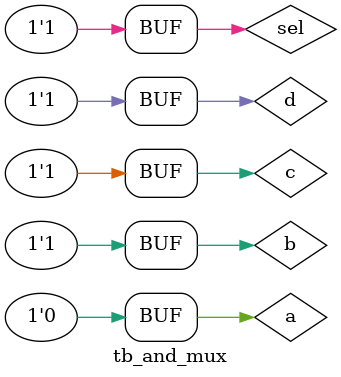
<source format=v>
module tb_and_mux();
reg  a ;
reg  b ;
reg  c ;
reg  d ;
reg  sel ;
wire e ;

and_mux u_and_mux	 (.a (a),
				 .b (b),
				 .c (c),
				 .d (d),
				 .sel(sel),
				 .e (e));
						 

//bus function model 
initial begin
sel = 1 'b0; a = 1'b0; b = 1'b0; c = 1'b0; d = 1'b0;
#10; 
sel = 1 'b0; a = 1 'b1; b = 1 'b1; c = 1 'b0; d = 1 'b1;
#10; 
sel = 1 'b1; a = 1 'b1; b = 1 'b1; c = 1 'b0; d = 1 'b1;
#10; 
sel = 1 'b0; a = 1 'b0; b = 1 'b1; c = 1 'b1; d = 1 'b1;
#10; 
 sel = 1 'b1; a = 1 'b0; b = 1 'b1; c = 1 'b1; d = 1 'b1;

end
endmodule

</source>
